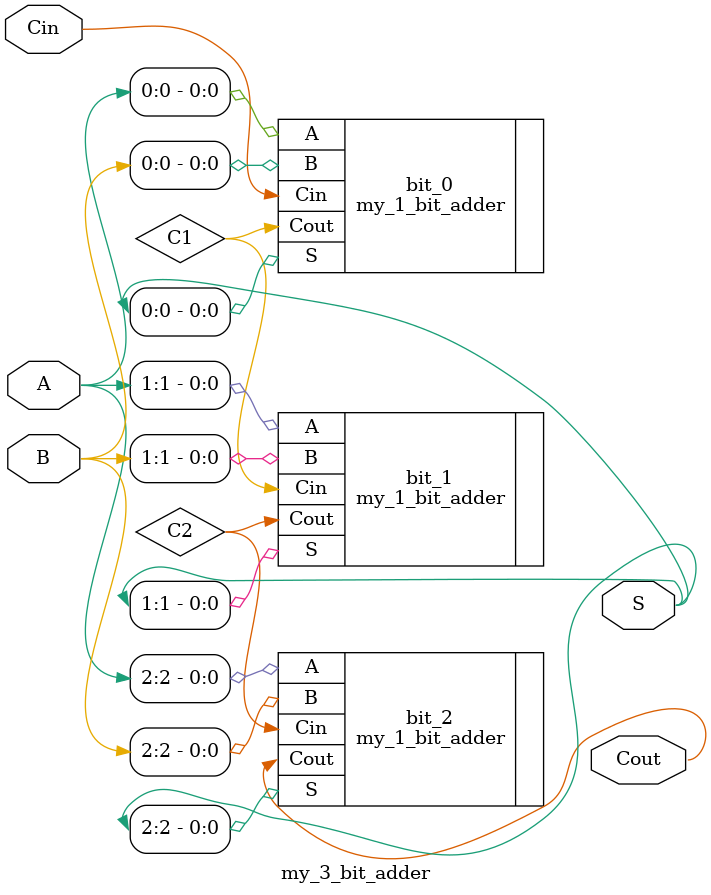
<source format=v>
`timescale 1ns / 1ps


module my_3_bit_adder(
    input [2:0] A,
    input [2:0] B,
    output [2:0] S,
    input Cin,
    output Cout
    );
    wire C1,C2;
    my_1_bit_adder bit_0(.A(A[0]),.B(B[0]),.S(S[0]),.Cin(Cin),.Cout(C1));
    my_1_bit_adder bit_1(.A(A[1]),.B(B[1]),.S(S[1]),.Cin(C1),.Cout(C2));
    my_1_bit_adder bit_2(.A(A[2]),.B(B[2]),.S(S[2]),.Cin(C2),.Cout(Cout));

endmodule

</source>
